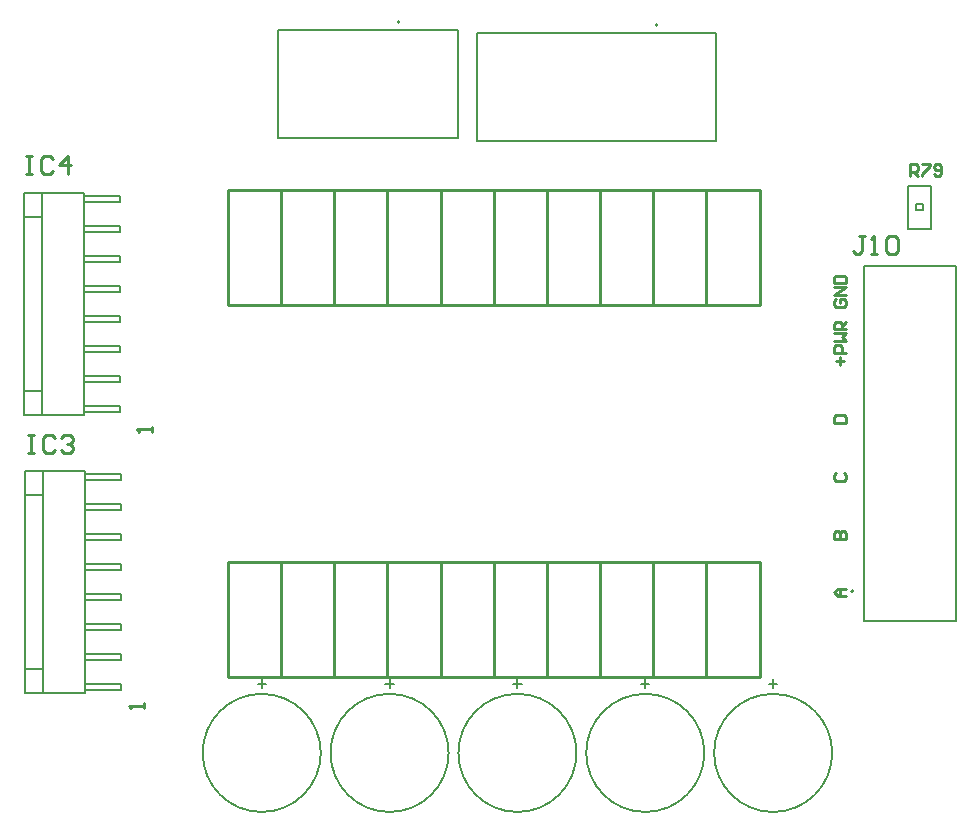
<source format=gto>
G04*
G04 #@! TF.GenerationSoftware,Altium Limited,Altium Designer,20.0.13 (296)*
G04*
G04 Layer_Color=65535*
%FSLAX44Y44*%
%MOMM*%
G71*
G01*
G75*
%ADD10C,0.2000*%
%ADD11C,0.1270*%
%ADD12C,0.2540*%
%ADD13C,0.1500*%
D10*
X507000Y339000D02*
G03*
X507000Y339000I-50000J0D01*
G01*
X615250D02*
G03*
X615250Y339000I-50000J0D01*
G01*
X723500D02*
G03*
X723500Y339000I-50000J0D01*
G01*
X940000D02*
G03*
X940000Y339000I-50000J0D01*
G01*
X831750D02*
G03*
X831750Y339000I-50000J0D01*
G01*
X573800Y957800D02*
G03*
X573800Y957800I-1000J0D01*
G01*
X958000Y476000D02*
G03*
X958000Y476000I-1000J0D01*
G01*
X792200Y955200D02*
G03*
X792200Y955200I-1000J0D01*
G01*
X457000Y394250D02*
Y401250D01*
X453500Y397750D02*
X460500D01*
X565250Y394250D02*
Y401250D01*
X561750Y397750D02*
X568750D01*
X673500Y394250D02*
Y401250D01*
X670000Y397750D02*
X677000D01*
X890000Y394250D02*
Y401250D01*
X886500Y397750D02*
X893500D01*
X781750Y394250D02*
Y401250D01*
X778250Y397750D02*
X785250D01*
D11*
X271060Y625420D02*
Y645740D01*
Y793060D01*
Y813380D01*
X306620Y625420D02*
Y627960D01*
Y633040D01*
Y813380D01*
X255820Y625420D02*
Y645740D01*
Y793060D01*
Y813380D01*
Y625420D02*
X271060D01*
X306620D01*
X255820Y813380D02*
X271060D01*
X306620D01*
Y627960D02*
X337100D01*
Y633040D01*
X306620D02*
X337100D01*
X306620Y653360D02*
X337100D01*
Y658440D01*
X306620D02*
X337100D01*
X306620Y678760D02*
X337100D01*
Y683840D01*
X306620D02*
X337100D01*
X306620Y704160D02*
X337100D01*
Y709240D01*
X306620D02*
X337100D01*
X306620Y729560D02*
X337100D01*
Y734640D01*
X306620D02*
X337100D01*
X306620Y754960D02*
X337100D01*
Y760040D01*
X306620D02*
X337100D01*
X306620Y780360D02*
X337100D01*
Y785440D01*
X306620D02*
X337100D01*
X306620Y805760D02*
X337100D01*
Y810840D01*
X306620D02*
X337100D01*
X255820Y645740D02*
X271060D01*
X255820Y793060D02*
X271060D01*
X272060Y389420D02*
Y409740D01*
Y557060D01*
Y577380D01*
X307620Y389420D02*
Y391960D01*
Y397040D01*
Y577380D01*
X256820Y389420D02*
Y409740D01*
Y557060D01*
Y577380D01*
Y389420D02*
X272060D01*
X307620D01*
X256820Y577380D02*
X272060D01*
X307620D01*
Y391960D02*
X338100D01*
Y397040D01*
X307620D02*
X338100D01*
X307620Y417360D02*
X338100D01*
Y422440D01*
X307620D02*
X338100D01*
X307620Y442760D02*
X338100D01*
Y447840D01*
X307620D02*
X338100D01*
X307620Y468160D02*
X338100D01*
Y473240D01*
X307620D02*
X338100D01*
X307620Y493560D02*
X338100D01*
Y498640D01*
X307620D02*
X338100D01*
X307620Y518960D02*
X338100D01*
Y524040D01*
X307620D02*
X338100D01*
X307620Y544360D02*
X338100D01*
Y549440D01*
X307620D02*
X338100D01*
X307620Y569760D02*
X338100D01*
Y574840D01*
X307620D02*
X338100D01*
X256820Y409740D02*
X272060D01*
X256820Y557060D02*
X272060D01*
X471000Y859800D02*
X623500D01*
X471000D02*
Y950800D01*
X623500Y859800D02*
Y950800D01*
X471000D02*
X623500D01*
X967000Y451000D02*
X1045000D01*
X967000Y751000D02*
X1045000D01*
X967000Y451000D02*
Y751000D01*
X1045000Y451000D02*
Y751000D01*
X638900Y857200D02*
X841900D01*
Y948200D01*
X638900D02*
X841900D01*
X638900Y857200D02*
Y948200D01*
D12*
X473500Y403500D02*
Y501000D01*
X518500Y403500D02*
Y501000D01*
X473500D02*
X518500D01*
X473500Y403500D02*
X518500D01*
X788500D02*
Y501000D01*
X833500Y403500D02*
Y501000D01*
X788500D02*
X833500D01*
X788500Y403500D02*
X833500D01*
X698500D02*
Y501000D01*
X743500Y403500D02*
Y501000D01*
X698500D02*
X743500D01*
X698500Y403500D02*
X743500D01*
X608500D02*
Y501000D01*
X653500Y403500D02*
Y501000D01*
X608500D02*
X653500D01*
X608500Y403500D02*
X653500D01*
X428500D02*
Y501000D01*
X473500Y403500D02*
Y501000D01*
X428500D02*
X473500D01*
X428500Y403500D02*
X473500D01*
X518500D02*
Y501000D01*
X563500Y403500D02*
Y501000D01*
X518500D02*
X563500D01*
X518500Y403500D02*
X563500D01*
Y501000D01*
X608500Y403500D02*
Y501000D01*
X563500D02*
X608500D01*
X563500Y403500D02*
X608500D01*
X653500D02*
Y501000D01*
X698500Y403500D02*
Y501000D01*
X653500D02*
X698500D01*
X653500Y403500D02*
X698500D01*
X743500D02*
Y501000D01*
X788500Y403500D02*
Y501000D01*
X743500D02*
X788500D01*
X743500Y403500D02*
X788500D01*
X833500D02*
Y501000D01*
X878500Y403500D02*
Y501000D01*
X833500D02*
X878500D01*
X833500Y403500D02*
X878500D01*
X473500Y718500D02*
Y816000D01*
X518500Y718500D02*
Y816000D01*
X473500D02*
X518500D01*
X473500Y718500D02*
X518500D01*
X788500D02*
Y816000D01*
X833500Y718500D02*
Y816000D01*
X788500D02*
X833500D01*
X788500Y718500D02*
X833500D01*
X698500D02*
Y816000D01*
X743500Y718500D02*
Y816000D01*
X698500D02*
X743500D01*
X698500Y718500D02*
X743500D01*
X608500D02*
Y816000D01*
X653500Y718500D02*
Y816000D01*
X608500D02*
X653500D01*
X608500Y718500D02*
X653500D01*
X428730D02*
Y816000D01*
X473730Y718500D02*
Y816000D01*
X428730D02*
X473730D01*
X428730Y718500D02*
X473730D01*
X518500D02*
Y816000D01*
X563500Y718500D02*
Y816000D01*
X518500D02*
X563500D01*
X518500Y718500D02*
X563500D01*
X563500D02*
Y816000D01*
X608500Y718500D02*
Y816000D01*
X563500D02*
X608500D01*
X563500Y718500D02*
X608500D01*
X653500D02*
Y816000D01*
X698500Y718500D02*
Y816000D01*
X653500D02*
X698500D01*
X653500Y718500D02*
X698500D01*
X743500D02*
Y816000D01*
X788500Y718500D02*
Y816000D01*
X743500D02*
X788500D01*
X743500Y718500D02*
X788500D01*
X833500D02*
Y816000D01*
X878500Y718500D02*
Y816000D01*
X833500D02*
X878500D01*
X833500Y718500D02*
X878500D01*
X941463Y618540D02*
X951460D01*
Y623538D01*
X949794Y625204D01*
X943129D01*
X941463Y623538D01*
Y618540D01*
X943129Y576204D02*
X941463Y574538D01*
Y571206D01*
X943129Y569540D01*
X949794D01*
X951460Y571206D01*
Y574538D01*
X949794Y576204D01*
X941463Y520540D02*
X951460D01*
Y525538D01*
X949794Y527205D01*
X948128D01*
X946462Y525538D01*
Y520540D01*
Y525538D01*
X944796Y527205D01*
X943129D01*
X941463Y525538D01*
Y520540D01*
X951460Y471540D02*
X944795D01*
X941463Y474872D01*
X944795Y478204D01*
X951460D01*
X946462D01*
Y471540D01*
X943129Y723204D02*
X941463Y721538D01*
Y718206D01*
X943129Y716540D01*
X949794D01*
X951460Y718206D01*
Y721538D01*
X949794Y723204D01*
X946462D01*
Y719872D01*
X951460Y726537D02*
X941463D01*
X951460Y733201D01*
X941463D01*
Y736533D02*
X951460D01*
Y741532D01*
X949794Y743198D01*
X943129D01*
X941463Y741532D01*
Y736533D01*
X946462Y667540D02*
Y674204D01*
X943129Y670872D02*
X949794D01*
X951460Y677537D02*
X941463D01*
Y682535D01*
X943129Y684201D01*
X946462D01*
X948128Y682535D01*
Y677537D01*
X941463Y687533D02*
X951460D01*
X948128Y690866D01*
X951460Y694198D01*
X941463D01*
X951460Y697530D02*
X941463D01*
Y702529D01*
X943129Y704195D01*
X946462D01*
X948128Y702529D01*
Y697530D01*
Y700863D02*
X951460Y704195D01*
X257725Y844490D02*
X262803D01*
X260264D01*
Y829255D01*
X257725D01*
X262803D01*
X280578Y841951D02*
X278038Y844490D01*
X272960D01*
X270421Y841951D01*
Y831794D01*
X272960Y829255D01*
X278038D01*
X280578Y831794D01*
X293274Y829255D02*
Y844490D01*
X285656Y836872D01*
X295813D01*
X364000Y611000D02*
Y615235D01*
Y613118D01*
X351294D01*
X353412Y611000D01*
X357000Y377000D02*
Y381235D01*
Y379118D01*
X344294D01*
X346412Y377000D01*
X1005828Y827484D02*
Y837481D01*
X1010826D01*
X1012493Y835815D01*
Y832482D01*
X1010826Y830816D01*
X1005828D01*
X1009160D02*
X1012493Y827484D01*
X1015825Y837481D02*
X1022489D01*
Y835815D01*
X1015825Y829150D01*
Y827484D01*
X1025822Y829150D02*
X1027488Y827484D01*
X1030820D01*
X1032486Y829150D01*
Y835815D01*
X1030820Y837481D01*
X1027488D01*
X1025822Y835815D01*
Y834148D01*
X1027488Y832482D01*
X1032486D01*
X967786Y776604D02*
X962707D01*
X965247D01*
Y763908D01*
X962707Y761369D01*
X960168D01*
X957629Y763908D01*
X972864Y761369D02*
X977942D01*
X975403D01*
Y776604D01*
X972864Y774065D01*
X985560D02*
X988099Y776604D01*
X993177D01*
X995717Y774065D01*
Y763908D01*
X993177Y761369D01*
X988099D01*
X985560Y763908D01*
Y774065D01*
X258725Y608490D02*
X263803D01*
X261264D01*
Y593255D01*
X258725D01*
X263803D01*
X281578Y605951D02*
X279038Y608490D01*
X273960D01*
X271421Y605951D01*
Y595794D01*
X273960Y593255D01*
X279038D01*
X281578Y595794D01*
X286656Y605951D02*
X289195Y608490D01*
X294273D01*
X296813Y605951D01*
Y603412D01*
X294273Y600872D01*
X291734D01*
X294273D01*
X296813Y598333D01*
Y595794D01*
X294273Y593255D01*
X289195D01*
X286656Y595794D01*
D13*
X1004000Y783000D02*
Y819000D01*
X1024000D01*
X1004000Y783000D02*
X1024000D01*
Y819000D01*
X1016750Y798250D02*
Y803750D01*
X1011000D02*
X1016750D01*
X1011000Y798250D02*
Y803750D01*
Y798250D02*
X1016750D01*
M02*

</source>
